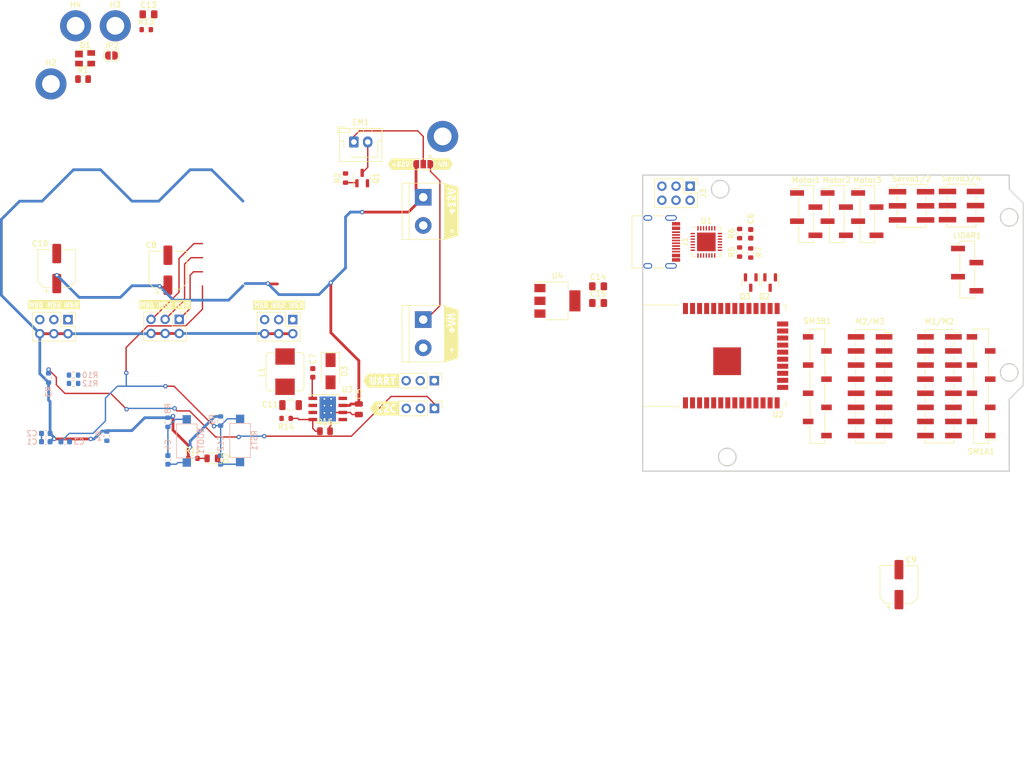
<source format=kicad_pcb>
(kicad_pcb (version 20211014) (generator pcbnew)
  (layers (0 "F.Cu" signal) (31 "B.Cu" signal) (34 "B.Paste" user) (35 "F.Paste" user) (36 "B.SilkS" user "B.Silkscreen") (37 "F.SilkS" user "F.Silkscreen") (38 "B.Mask" user) (39 "F.Mask" user) (44 "Edge.Cuts" user))
  (net 0 "")
  (net 1 "/V_EM")
  (net 2 "GND")
  (net 3 "+12V")
  (net 4 "/IO0")
  (net 5 "+3V3")
  (net 6 "/EN")
  (net 7 "Net-(C6-Pad2)")
  (net 8 "/VBUS")
  (net 9 "/D-")
  (net 10 "Net-(D2-Pad2)")
  (net 11 "Net-(EM1-Pad2)")
  (net 12 "/UART_RX")
  (net 13 "/UART_TX")
  (net 14 "/SDA")
  (net 15 "/SCL")
  (net 16 "/DTR")
  (net 17 "/RTS")
  (net 18 "Net-(J3-Pad4)")
  (net 19 "Net-(J3-Pad5)")
  (net 20 "Net-(Motor3-Pad1)")
  (net 21 "Net-(Motor3-Pad2)")
  (net 22 "Net-(Motor3-Pad3)")
  (net 23 "Net-(Motor3-Pad4)")
  (net 24 "/EM_SWITCH")
  (net 25 "Net-(Q2-Pad1)")
  (net 26 "Net-(Q3-Pad1)")
  (net 27 "/UART_M")
  (net 28 "/MS1_A")
  (net 29 "/MS2_A")
  (net 30 "/MS3_A")
  (net 31 "/UART1_TX")
  (net 32 "/UART1_RX")
  (net 33 "/STEP1")
  (net 34 "/DIR1")
  (net 35 "/MS1_B")
  (net 36 "/MS2_B")
  (net 37 "/MS3_B")
  (net 38 "/D+")
  (net 40 "/STEP2")
  (net 41 "/DIR2")
  (net 42 "/MS1_C")
  (net 43 "/MS2_C")
  (net 44 "/MS3_C")
  (net 46 "/STEP3")
  (net 47 "/DIR3")
  (net 62 "Net-(EM1-Pad1)")
  (net 63 "/RST")
  (net 66 "/UART_B")
  (net 68 "Net-(C7-Pad1)")
  (net 69 "/REG_OUT")
  (net 70 "/VSNS")
  (net 90 "+5V")
  (net 91 "/SERVO3")
  (net 92 "/SERVO4")
  (net 93 "/SERVO1")
  (net 94 "/SERVO2")
  (net 95 "Net-(M1/M2-Pad3)")
  (net 96 "Net-(M1/M2-Pad4)")
  (net 97 "Net-(M1/M2-Pad5)")
  (net 98 "Net-(M1/M2-Pad6)")
  (net 99 "Net-(M2/M3-Pad3)")
  (net 100 "Net-(M2/M3-Pad4)")
  (net 101 "Net-(M2/M3-Pad5)")
  (net 102 "Net-(M2/M3-Pad6)")
  (footprint "Connector_PinHeader_2.54mm:PinHeader_2x03_P2.54mm_Vertical_SMD" (layer "F.Cu") (at 218.975 70.96)
    (fp_text reference "Servo3/4")
    (fp_text value "02x03")
  )
  (footprint "Connector_PinSocket_2.54mm:PinSocket_1x08_P2.54mm_Vertical_SMD_Pin1Left" (layer "F.Cu") (at 193 103.5)
    (fp_text reference "SM3B1")
    (fp_text value "1x8_2.54")
  )
  (footprint "kibuzzard-6488F643" (layer "F.Cu") (at 75.5 88.8)
    (fp_text reference "kibuzzard-6488F643" hide)
    (fp_text value "G***" hide)
  )
  (footprint "Capacitor_SMD:CP_Elec_6.3x7.7" (layer "F.Cu") (at 55.975 82.3 90)
    (fp_text reference "C10")
    (fp_text value "47uF")
  )
  (footprint "Connector_PinHeader_2.54mm:PinHeader_2x03_P2.54mm_Vertical" (layer "F.Cu") (at 98.5 91.5 -90)
    (fp_text reference "SM3" hide)
    (fp_text value "2.54_3x2")
  )
  (footprint "Connector_PinSocket_2.54mm:PinSocket_1x08_P2.54mm_Vertical_SMD_Pin1Left" (layer "F.Cu") (at 222.5 103.5 180)
    (fp_text reference "SM1A1")
    (fp_text value "1x8_2.54")
  )
  (footprint "RF_Module:ESP32-WROOM-32" (layer "F.Cu") (at 177.5 98 90)
    (fp_text reference "U2")
    (fp_text value "ESP32-WROOM-32")
  )
  (footprint "Connector_USB:USB_C_Receptacle_HRO_TYPE-C-31-M-12" (layer "F.Cu") (at 163.5 77.5 -90)
    (fp_text reference "J1")
    (fp_text value "USB_C_Receptacle_USB2.0")
  )
  (footprint "Resistor_SMD:R_0603_1608Metric" (layer "F.Cu") (at 108 66 90)
    (fp_text reference "R2")
    (fp_text value "10k")
  )
  (footprint "Connector_PinSocket_2.54mm:PinSocket_2x08_P2.54mm_Vertical_SMD" (layer "F.Cu") (at 202.5 103.5)
    (fp_text reference "M2/M3")
    (fp_text value "02x08")
  )
  (footprint "Resistor_SMD:R_0603_1608Metric" (layer "F.Cu") (at 181 79.5 90)
    (fp_text reference "R7")
    (fp_text value "10k")
  )
  (footprint "kibuzzard-6488F5F3" (layer "F.Cu") (at 114.4 102.5)
    (fp_text reference "kibuzzard-6488F5F3" hide)
    (fp_text value "G***" hide)
  )
  (footprint "Connector_PinHeader_2.54mm:PinHeader_2x03_P2.54mm_Vertical" (layer "F.Cu") (at 78.04 91.46 -90)
    (fp_text reference "SM1" hide)
    (fp_text value "2.54_3x2")
  )
  (footprint "Capacitor_SMD:C_0805_2012Metric_Pad1.18x1.45mm_HandSolder" (layer "F.Cu") (at 153.5 88.51)
    (fp_text reference "C15")
    (fp_text value "10uF")
  )
  (footprint "Jumper:SolderJumper-3_P1.3mm_Open_RoundedPad1.0x1.5mm" (layer "F.Cu") (at 122 63.5 180)
    (fp_text reference "JP1" hide)
    (fp_text value "Jumper_3_Open")
  )
  (footprint "Connector_PinHeader_2.54mm:PinHeader_2x03_P2.54mm_Vertical" (layer "F.Cu") (at 58 91.5 -90)
    (fp_text reference "SM2" hide)
    (fp_text value "2.54_3x2")
  )
  (footprint "Connector_PinHeader_2.54mm:PinHeader_1x03_P2.54mm_Vertical" (layer "F.Cu") (at 124.025 107.5 -90)
    (fp_text reference "I2C1" hide)
    (fp_text value "Conn_01x03")
  )
  (footprint "kibuzzard-6488F773" (layer "F.Cu") (at 118.1 63.5)
    (fp_text reference "kibuzzard-6488F773" hide)
    (fp_text value "G***" hide)
  )
  (footprint "Connector_PinHeader_2.54mm:PinHeader_1x03_P2.54mm_Vertical" (layer "F.Cu") (at 124 102.5 -90)
    (fp_text reference "UART1" hide)
    (fp_text value "Conn_01x03")
  )
  (footprint "MountingHole:MountingHole_3.2mm_M3_DIN965_Pad_TopBottom" (layer "F.Cu") (at 125.5 58.5)
    (fp_text reference "H1" hide)
    (fp_text value "MountingHole")
  )
  (footprint "MountingHole:MountingHole_3.2mm_M3_DIN965_Pad_TopBottom" (layer "F.Cu") (at 66.52 38.57)
    (fp_text reference "H3")
    (fp_text value "MountingHole")
  )
  (footprint "Connector_PinHeader_2.54mm:PinHeader_2x03_P2.54mm_Vertical_SMD" (layer "F.Cu") (at 209.975 71)
    (fp_text reference "Servo1/2")
    (fp_text value "02x03")
  )
  (footprint "LED_SMD:LED_0805_2012Metric" (layer "F.Cu") (at 84 116.5 180)
    (fp_text reference "D2")
    (fp_text value "LED")
  )
  (footprint "Resistor_SMD:R_0805_2012Metric" (layer "F.Cu") (at 60.71 48.17)
    (fp_text reference "R1")
    (fp_text value "4.7k")
  )
  (footprint "kibuzzard-6488F506" (layer "F.Cu") (at 127.1 72 90)
    (fp_text reference "kibuzzard-6488F506" hide)
    (fp_text value "G***" hide)
  )
  (footprint "kibuzzard-6488F643" (layer "F.Cu") (at 96 88.9)
    (fp_text reference "kibuzzard-6488F643" hide)
    (fp_text value "G***" hide)
  )
  (footprint "Inductor_SMD:L_Bourns_SRP7028A_7.3x6.6mm" (layer "F.Cu") (at 97.1 100.875 -90)
    (fp_text reference "L1")
    (fp_text value "22uH")
  )
  (footprint "Diode_SMD:D_SMA" (layer "F.Cu") (at 105.3 100.8 -90)
    (fp_text reference "D3")
    (fp_text value "40V 2A")
  )
  (footprint "Resistor_SMD:R_0603_1608Metric" (layer "F.Cu") (at 80.5 116.5)
    (fp_text reference "R11")
    (fp_text value "150R")
  )
  (footprint "Resistor_SMD:R_0603_1608Metric" (layer "F.Cu") (at 179 76 90)
    (fp_text reference "R6")
    (fp_text value "1k")
  )
  (footprint "Package_SO:TI_SO-PowerPAD-8_ThermalVias" (layer "F.Cu") (at 104.8 107.6)
    (fp_text reference "U3")
    (fp_text value "TPS5430DDA")
  )
  (footprint "MountingHole:MountingHole_3.2mm_M3_DIN965_Pad_TopBottom" (layer "F.Cu") (at 59.37 38.57)
    (fp_text reference "H4")
    (fp_text value "MountingHole")
  )
  (footprint "kibuzzard-6488F768" (layer "F.Cu") (at 125.4 63.5)
    (fp_text reference "kibuzzard-6488F768" hide)
    (fp_text value "G***" hide)
  )
  (footprint "Connector_PinHeader_2.54mm:PinHeader_1x04_P2.54mm_Vertical_SMD_Pin1Left" (layer "F.Cu") (at 196.5 72.5)
    (fp_text reference "Motor2")
    (fp_text value "01x04")
  )
  (footprint "Resistor_SMD:R_0603_1608Metric" (layer "F.Cu") (at 179 79.325 90)
    (fp_text reference "R5")
    (fp_text value "4.7k")
  )
  (footprint "Resistor_SMD:R_0603_1608Metric" (layer "F.Cu") (at 97.3 109.3)
    (fp_text reference "R14")
    (fp_text value "10k")
  )
  (footprint "kibuzzard-6488F56C" (layer "F.Cu") (at 127.1 94.1 90)
    (fp_text reference "kibuzzard-6488F56C" hide)
    (fp_text value "G***" hide)
  )
  (footprint "Connector_PinHeader_2.54mm:PinHeader_2x03_P2.54mm_Vertical" (layer "F.Cu") (at 170.08 67.46 -90)
    (fp_text reference "J3")
    (fp_text value "esp32_prog_conn_2x3_2.54")
  )
  (footprint "Package_TO_SOT_SMD:SOT-23" (layer "F.Cu") (at 181 84.825001 -90)
    (fp_text reference "Q3")
    (fp_text value "SS8050")
  )
  (footprint "Capacitor_SMD:C_0805_2012Metric_Pad1.18x1.45mm_HandSolder" (layer "F.Cu") (at 153.5 85.5)
    (fp_text reference "C14")
    (fp_text value "10uF")
  )
  (footprint "Connector_PinHeader_2.54mm:PinHeader_1x04_P2.54mm_Vertical_SMD_Pin1Left" (layer "F.Cu") (at 220 82.5)
    (fp_text reference "LIDAR1")
    (fp_text value "01x04")
  )
  (footprint "kibuzzard-6488F604" (layer "F.Cu") (at 115 107.5)
    (fp_text reference "kibuzzard-6488F604" hide)
    (fp_text value "G***" hide)
  )
  (footprint "Jumper:SolderJumper-2_P1.3mm_Open_RoundedPad1.0x1.5mm" (layer "F.Cu") (at 65.83 43.92)
    (fp_text reference "JP2")
    (fp_text value "Jumper_2_Open")
  )
  (footprint "Resistor_SMD:R_0603_1608Metric" (layer "F.Cu") (at 72.1 39.26)
    (fp_text reference "R13")
    (fp_text value "1k")
  )
  (footprint "Connector_PinHeader_2.54mm:PinHeader_1x04_P2.54mm_Vertical_SMD_Pin1Left" (layer "F.Cu") (at 202 72.5)
    (fp_text reference "Motor3")
    (fp_text value "01x04")
  )
  (footprint "Connector_PinHeader_2.54mm:PinHeader_1x04_P2.54mm_Vertical_SMD_Pin1Left" (layer "F.Cu") (at 191 72.5)
    (fp_text reference "Motor1")
    (fp_text value "01x04")
  )
  (footprint "Package_TO_SOT_SMD:SOT-23" (layer "F.Cu") (at 184.5 84.825 -90)
    (fp_text reference "Q2")
    (fp_text value "SS8050")
  )
  (footprint "Capacitor_SMD:C_0603_1608Metric" (layer "F.Cu") (at 102.1 101.1 90)
    (fp_text reference "C7")
    (fp_text value "10nF")
  )
  (footprint "Capacitor_SMD:C_0603_1608Metric" (layer "F.Cu") (at 181 76.050001 -90)
    (fp_text reference "C6")
    (fp_text value "22uF")
  )
  (footprint "Capacitor_SMD:C_1206_3216Metric" (layer "F.Cu") (at 98.1 106.9)
    (fp_text reference "C11")
    (fp_text value "330uF(Tantalum)")
  )
  (footprint "Capacitor_SMD:CP_Elec_6.3x7.7" (layer "F.Cu") (at 207.7 139.25 90)
    (fp_text reference "C9")
    (fp_text value "47uF")
  )
  (footprint "Package_TO_SOT_SMD:SOT-143" (layer "F.Cu") (at 61.08 44.42)
    (fp_text reference "D1")
    (fp_text value "SP0503BAHT")
  )
  (footprint "Resistor_SMD:R_0805_2012Metric" (layer "F.Cu") (at 104.3 111.6)
    (fp_text reference "R15")
    (fp_text value "3.24k")
  )
  (footprint "Capacitor_SMD:C_0805_2012Metric" (layer "F.Cu") (at 110.4 107.649999 -90)
    (fp_text reference "C5")
    (fp_text value "22uF")
  )
  (footprint "TerminalBlock:TerminalBlock_bornier-2_P5.08mm" (layer "F.Cu") (at 122 69.46 -90)
    (fp_text reference "+12V_IN1" hide)
    (fp_text value "Screw_Terminal_01x02")
  )
  (footprint "Package_TO_SOT_SMD:SOT-223-3_TabPin2" (layer "F.Cu") (at 146.17 88.12)
    (fp_text reference "U4")
    (fp_text value "NCP1117-3.3_SOT223")
  )
  (footprint "Package_TO_SOT_SMD:SOT-23" (layer "F.Cu") (at 111 66 90)
    (fp_text reference "Q1")
    (fp_text value "2N7002")
  )
  (footprint "Capacitor_SMD:CP_Elec_6.3x7.7" (layer "F.Cu") (at 76 82.6 90)
    (fp_text reference "C8")
    (fp_text value "47uF")
  )
  (footprint "Capacitor_SMD:C_0805_2012Metric_Pad1.18x1.45mm_HandSolder" (layer "F.Cu") (at 72.5 36.5)
    (fp_text reference "C13")
    (fp_text value "0.1uF")
  )
  (footprint "TerminalBlock:TerminalBlock_bornier-2_P5.08mm" (layer "F.Cu") (at 122 91.5 -90)
    (fp_text reference "+VEM_IN1" hide)
    (fp_text value "Screw_Terminal_01x02")
  )
  (footprint "Package_DFN_QFN:QFN-28-1EP_5x5mm_P0.5mm_EP3.35x3.35mm" (layer "F.Cu") (at 173 77.5)
    (fp_text reference "U1")
    (fp_text value "CP2102N-Axx-xQFN28")
  )
  (footprint "kibuzzard-6488F643" (layer "F.Cu") (at 55.5 88.8)
    (fp_text reference "kibuzzard-6488F643" hide)
    (fp_text value "G***" hide)
  )
  (footprint "MountingHole:MountingHole_3.2mm_M3_DIN965_Pad_TopBottom" (layer "F.Cu") (at 54.93 49.04)
    (fp_text reference "H2")
    (fp_text value "MountingHole")
  )
  (footprint "Connector_JST:JST_XH_B2B-XH-AM_1x02_P2.50mm_Vertical" (layer "F.Cu") (at 109.5 59.5)
    (fp_text reference "EM1")
    (fp_text value "XH_1x2")
  )
  (footprint "Connector_PinSocket_2.54mm:PinSocket_2x08_P2.54mm_Vertical_SMD" (layer "F.Cu") (at 215 103.5)
    (fp_text reference "M1/M2")
    (fp_text value "02x08")
  )
  (footprint "Capacitor_SMD:C_0603_1608Metric" (layer "B.Cu") (at 54 112 180)
    (fp_text reference "C2")
    (fp_text value "1uF")
  )
  (footprint "Resistor_SMD:R_0603_1608Metric" (layer "B.Cu") (at 76 110 -90)
    (fp_text reference "R8")
    (fp_text value "10k")
  )
  (footprint "Capacitor_SMD:C_0603_1608Metric" (layer "B.Cu") (at 54 113.5 180)
    (fp_text reference "C1")
    (fp_text value "22uF")
  )
  (footprint "Resistor_SMD:R_0603_1608Metric" (layer "B.Cu") (at 54.5 102 90)
    (fp_text reference "R3")
    (fp_text value "4.7k")
  )
  (footprint "Capacitor_SMD:C_0603_1608Metric" (layer "B.Cu") (at 75.999999 116.775 90)
    (fp_text reference "C4")
    (fp_text value "DNP(0.1uF)")
  )
  (footprint "Capacitor_SMD:C_0603_1608Metric" (layer "B.Cu") (at 57.5 113.5)
    (fp_text reference "C3")
    (fp_text value "1uF")
  )
  (footprint "Button_Switch_SMD:SW_SPST_CK_RS282G05A3" (layer "B.Cu") (at 88.999999 113.275 90)
    (fp_text reference "RST1")
    (fp_text value "SW_Push")
  )
  (footprint "Resistor_SMD:R_0603_1608Metric" (layer "B.Cu") (at 59 101.5)
    (fp_text reference "R10")
    (fp_text value "0")
  )
  (footprint "Resistor_SMD:R_0603_1608Metric" (layer "B.Cu") (at 59 103 180)
    (fp_text reference "R12")
    (fp_text value "0")
  )
  (footprint "Resistor_SMD:R_0603_1608Metric" (layer "B.Cu") (at 85.499999 109.775 -90)
    (fp_text reference "R9")
    (fp_text value "10k")
  )
  (footprint "Button_Switch_SMD:SW_SPST_CK_RS282G05A3" (layer "B.Cu") (at 79.399999 113.36 90)
    (fp_text reference "BOOT1")
    (fp_text value "SW_Push")
  )
  (footprint "Resistor_SMD:R_0603_1608Metric" (layer "B.Cu") (at 65 112.5 -90)
    (fp_text reference "R4")
    (fp_text value "4.7k")
  )
  (footprint "Capacitor_SMD:C_0603_1608Metric" (layer "B.Cu") (at 85.499999 116.774999 90)
    (fp_text reference "C12")
    (fp_text value "DNP(0.1uF)")
  )
  (gr_line (start 227.57 68) (end 230.11 70.54) (layer "Edge.Cuts") (width 0.25))
  (gr_line (start 230.11 103.306) (end 227.57 105.846) (layer "Edge.Cuts") (width 0.25))
  (gr_line (start 227.57 105.846) (end 227.57 118.8) (layer "Edge.Cuts") (width 0.25))
  (gr_line (start 161.53 65.46) (end 227.57 65.46) (layer "Edge.Cuts") (width 0.25))
  (gr_line (start 161.53 118.8) (end 161.53 65.46) (layer "Edge.Cuts") (width 0.25))
  (gr_line (start 227.57 65.46) (end 227.57 68) (layer "Edge.Cuts") (width 0.25))
  (gr_circle (center 175.5 68) (end 177.0875 68) (layer "Edge.Cuts") (width 0.25) (fill none))
  (gr_circle (center 227.57 101.02) (end 229.1575 101.02) (layer "Edge.Cuts") (width 0.25) (fill none))
  (gr_line (start 227.57 118.8) (end 161.53 118.8) (layer "Edge.Cuts") (width 0.25))
  (gr_circle (center 176.77 116.26) (end 178.3575 116.26) (layer "Edge.Cuts") (width 0.25) (fill none))
  (gr_circle (center 227.57 73.08) (end 229.1575 73.08) (layer "Edge.Cuts") (width 0.25) (fill none))
  (gr_line (start 230.11 70.54) (end 230.11 103.306) (layer "Edge.Cuts") (width 0.25))
  (gr_text "" (at 88.602149 170.867605) (layer "Edge.Cuts") (effects (font (size 3.73507 2.353094) (thickness 0.466883)) (justify left top)))
  (segment (start 123.3 63.5) (end 123.3 64.8) (width 0.25) (layer "F.Cu") (net 1))
  (segment (start 125 89) (end 122.5 91.5) (width 0.25) (layer "F.Cu") (net 1))
  (segment (start 125 66.5) (end 125 89) (width 0.25) (layer "F.Cu") (net 1))
  (segment (start 123.3 64.8) (end 125 66.5) (width 0.25) (layer "F.Cu") (net 1))
  (segment (start 109.199999 108.599999) (end 108.835 108.235) (width 0.25) (layer "F.Cu") (net 2))
  (segment (start 108.835 108.235) (end 107.5 108.235) (width 0.25) (layer "F.Cu") (net 2))
  (segment (start 105.4 110.5) (end 105.4 109.4) (width 0.25) (layer "F.Cu") (net 2))
  (segment (start 105.125 111.6) (end 105.125 110.775) (width 0.25) (layer "F.Cu") (net 2))
  (segment (start 110.4 108.599999) (end 109.199999 108.599999) (width 0.25) (layer "F.Cu") (net 2))
  (segment (start 105.125 110.775) (end 105.4 110.5) (width 0.25) (layer "F.Cu") (net 2))
  (segment (start 107.5 108.235) (end 105.465 108.235) (width 0.25) (layer "F.Cu") (net 2))
  (segment (start 75.999999 117.55) (end 77.5 117.55) (width 0.25) (layer "B.Cu") (net 2))
  (segment (start 77.79 117.26) (end 79.399999 117.26) (width 0.25) (layer "B.Cu") (net 2))
  (segment (start 53.225 113.5) (end 53.225 112) (width 0.25) (layer "B.Cu") (net 2))
  (segment (start 85.499999 117.549999) (end 88.625 117.549999) (width 0.25) (layer "B.Cu") (net 2))
  (segment (start 77.5 117.55) (end 77.79 117.26) (width 0.25) (layer "B.Cu") (net 2))
  (segment (start 120.7 68.16) (end 120.7 63.5) (width 0.5) (layer "F.Cu") (net 3))
  (segment (start 107.5 106.965) (end 108.735 106.965) (width 0.5) (layer "F.Cu") (net 3))
  (segment (start 110.4 98.9) (end 105.349511 93.849511) (width 0.5) (layer "F.Cu") (net 3))
  (segment (start 94.075 85.075) (end 94 85) (width 0.5) (layer "F.Cu") (net 3))
  (segment (start 108.735 106.965) (end 109 106.7) (width 0.5) (layer "F.Cu") (net 3))
  (segment (start 109 106.7) (end 110.4 106.699999) (width 0.5) (layer "F.Cu") (net 3))
  (segment (start 110.4 106.699999) (end 110.4 98.9) (width 0.5) (layer "F.Cu") (net 3))
  (segment (start 76 85.7) (end 74.7 85.7) (width 0.5) (layer "F.Cu") (net 3))
  (segment (start 122 69.46) (end 120.7 68.16) (width 0.5) (layer "F.Cu") (net 3))
  (segment (start 119.327677 72.132323) (end 122 69.46) (width 0.5) (layer "F.Cu") (net 3))
  (segment (start 105.349511 93.849511) (end 105.349511 84.849511) (width 0.5) (layer "F.Cu") (net 3))
  (segment (start 74.7 85.7) (end 74.5 85.5) (width 0.5) (layer "F.Cu") (net 3))
  (segment (start 111 72.132323) (end 119.327677 72.132323) (width 0.5) (layer "F.Cu") (net 3))
  (segment (start 95.725 85.075) (end 94.075 85.075) (width 0.5) (layer "F.Cu") (net 3))
  (via (at 56 83.5) (size 0.8) (drill 0.4) (layers "F.Cu" "B.Cu") (net 3))
  (via (at 111 72.132323) (size 0.8) (drill 0.4) (layers "F.Cu" "B.Cu") (net 3))
  (via (at 105.349511 84.849511) (size 0.8) (drill 0.4) (layers "F.Cu" "B.Cu") (net 3))
  (via (at 94 85) (size 0.8) (drill 0.4) (layers "F.Cu" "B.Cu") (net 3))
  (via (at 74.5 85.5) (size 0.8) (drill 0.4) (layers "F.Cu" "B.Cu") (net 3))
  (segment (start 103.199022 87) (end 105.349511 84.849511) (width 0.5) (layer "B.Cu") (net 3))
  (segment (start 60 87.5) (end 67.43 87.5) (width 0.5) (layer "B.Cu") (net 3))
  (segment (start 94 85) (end 96 87) (width 0.5) (layer "B.Cu") (net 3))
  (segment (start 108 73) (end 108.867677 72.132323) (width 0.5) (layer "B.Cu") (net 3))
  (segment (start 74.5 85.5) (end 77 88) (width 0.5) (layer "B.Cu") (net 3))
  (segment (start 105.349511 84.849511) (end 108 82.199022) (width 0.5) (layer "B.Cu") (net 3))
  (segment (start 108 82.199022) (end 108 73) (width 0.5) (layer "B.Cu") (net 3))
  (segment (start 77 88) (end 86.93 88) (width 0.5) (layer "B.Cu") (net 3))
  (segment (start 96 87) (end 103.199022 87) (width 0.5) (layer "B.Cu") (net 3))
  (segment (start 108.867677 72.132323) (end 111 72.132323) (width 0.5) (layer "B.Cu") (net 3))
  (segment (start 74.405 85.405) (end 69.525 85.405) (width 0.5) (layer "B.Cu") (net 3))
  (segment (start 67.43 87.5) (end 69.525 85.405) (width 0.5) (layer "B.Cu") (net 3))
  (segment (start 74.5 85.5) (end 74.405 85.405) (width 0.5) (layer "B.Cu") (net 3))
  (segment (start 94 85) (end 89.93 85) (width 0.5) (layer "B.Cu") (net 3))
  (segment (start 86.93 88) (end 89.525 85.405) (width 0.5) (layer "B.Cu") (net 3))
  (segment (start 56 83.5) (end 60 87.5) (width 0.5) (layer "B.Cu") (net 3))
  (segment (start 76 110.825) (end 77.365 109.46) (width 0.25) (layer "B.Cu") (net 4))
  (segment (start 77.365 109.46) (end 79.399999 109.46) (width 0.25) (layer "B.Cu") (net 4))
  (segment (start 75.999999 116) (end 76 110.825) (width 0.25) (layer "B.Cu") (net 4))
  (segment (start 98.5 94.04) (end 93.42 94.04) (width 0.5) (layer "F.Cu") (net 5))
  (segment (start 76.914669 111.414669) (end 80 114.5) (width 0.5) (layer "F.Cu") (net 5))
  (segment (start 79.675 114.825) (end 80 114.5) (width 0.5) (layer "F.Cu") (net 5))
  (segment (start 76.914669 108.892459) (end 76.914669 111.414669) (width 0.5) (layer "F.Cu") (net 5))
  (segment (start 58 94.04) (end 52.92 94.04) (width 0.5) (layer "F.Cu") (net 5))
  (segment (start 55.5 113) (end 62.1 113) (width 0.5) (layer "F.Cu") (net 5))
  (segment (start 79.675 116.5) (end 79.675 114.825) (width 0.5) (layer "F.Cu") (net 5))
  (segment (start 72.96 94) (end 78.04 94) (width 0.5) (layer "F.Cu") (net 5))
  (via (at 55.5 113) (size 0.8) (drill 0.4) (layers "F.Cu" "B.Cu") (net 5))
  (via (at 76.914669 108.892459) (size 0.8) (drill 0.4) (layers "F.Cu" "B.Cu") (net 5))
  (via (at 62.1 113) (size 0.8) (drill 0.4) (layers "F.Cu" "B.Cu") (net 5))
  (via (at 80 114.5) (size 0.8) (drill 0.4) (layers "F.Cu" "B.Cu") (net 5))
  (segment (start 54.775 112) (end 54.775 106.275) (width 0.5) (layer "B.Cu") (net 5))
  (segment (start 55.275 113) (end 54.775 113.5) (width 0.5) (layer "B.Cu") (net 5))
  (segment (start 53.335 70.165) (end 59 64.5) (width 0.5) (layer "B.Cu") (net 5))
  (segment (start 62.1 113) (end 62.7 113) (width 0.5) (layer "B.Cu") (net 5))
  (segment (start 76 109.175) (end 71.825 109.175) (width 0.5) (layer "B.Cu") (net 5))
  (segment (start 71.825 109.175) (end 69.5 111.5) (width 0.5) (layer "B.Cu") (net 5))
  (segment (start 58 94.04) (end 72.92 94.04) (width 0.5) (layer "B.Cu") (net 5))
  (segment (start 64.1 111.6) (end 64.925 111.6) (width 0.5) (layer "B.Cu") (net 5))
  (segment (start 55.5 113) (end 55.275 113) (width 0.5) (layer "B.Cu") (net 5))
  (segment (start 83.86 64.5) (end 89.525 70.165) (width 0.5) (layer "B.Cu") (net 5))
  (segment (start 54.775 106.275) (end 54.5 106) (width 0.5) (layer "B.Cu") (net 5))
  (segment (start 69.5 111.5) (end 65.175 111.5) (width 0.5) (layer "B.Cu") (net 5))
  (segment (start 49.275 70.165) (end 53.335 70.165) (width 0.5) (layer "B.Cu") (net 5))
  (segment (start 52.92 101.245) (end 52.92 94.04) (width 0.5) (layer "B.Cu") (net 5))
  (segment (start 65.175 111.5) (end 65 111.675) (width 0.5) (layer "B.Cu") (net 5))
  (segment (start 63.86 64.5) (end 69.525 70.165) (width 0.5) (layer "B.Cu") (net 5))
  (segment (start 84.45 108.95) (end 80 113.4) (width 0.5) (layer "B.Cu") (net 5))
  (segment (start 49.275 70.165) (end 46 73.44) (width 0.5) (layer "B.Cu") (net 5))
  (segment (start 55.5 113) (end 55.5 112.725) (width 0.5) (layer "B.Cu") (net 5))
  (segment (start 80 113.4) (end 80 114.5) (width 0.5) (layer "B.Cu") (net 5))
  (segment (start 46 73.44) (end 46 87.12) (width 0.5) (layer "B.Cu") (net 5))
  (segment (start 76.632128 109.175) (end 76.914669 108.892459) (width 0.5) (layer "B.Cu") (net 5))
  (segment (start 59 64.5) (end 63.86 64.5) (width 0.5) (layer "B.Cu") (net 5))
  (segment (start 84.45 108.95) (end 85.499999 108.95) (width 0.5) (layer "B.Cu") (net 5))
  (segment (start 62.7 113) (end 64.1 111.6) (width 0.5) (layer "B.Cu") (net 5))
  (segment (start 55.5 112.725) (end 54.775 112) (width 0.5) (layer "B.Cu") (net 5))
  (segment (start 54.5 102.825) (end 52.92 101.245) (width 0.5) (layer "B.Cu") (net 5))
  (segment (start 46 87.12) (end 52.92 94.04) (width 0.5) (layer "B.Cu") (net 5))
  (segment (start 74.335 70.165) (end 80 64.5) (width 0.5) (layer "B.Cu") (net 5))
  (segment (start 69.525 70.165) (end 74.335 70.165) (width 0.5) (layer "B.Cu") (net 5))
  (segment (start 80 64.5) (end 83.86 64.5) (width 0.5) (layer "B.Cu") (net 5))
  (segment (start 78.04 94) (end 93.38 94) (width 0.5) (layer "B.Cu") (net 5))
  (segment (start 76 109.175) (end 76.632128 109.175) (width 0.5) (layer "B.Cu") (net 5))
  (segment (start 54.5 106) (end 54.5 102.825) (width 0.5) (layer "B.Cu") (net 5))
  (segment (start 75.55 103.5) (end 77 103.5) (width 0.25) (layer "F.Cu") (net 6))
  (segment (start 68.465 96.535) (end 72.365489 92.634511) (width 0.25) (layer "F.Cu") (net 6))
  (segment (start 84.3 110.7) (end 77.1 103.5) (width 0.25) (layer "F.Cu") (net 6))
  (segment (start 68.465 101.065) (end 68.465 96.535) (width 0.25) (layer "F.Cu") (net 6))
  (segment (start 82.225 89.624022) (end 82.225 85.425) (width 0.25) (layer "F.Cu") (net 6))
  (segment (start 72.365489 92.634511) (end 79.214511 92.634511) (width 0.25) (layer "F.Cu") (net 6))
  (segment (start 79.214511 92.634511) (end 82.225 89.624022) (width 0.25) (layer "F.Cu") (net 6))
  (segment (start 68.465 101.065) (end 68.5 101.1) (width 0.25) (layer "F.Cu") (net 6))
  (segment (start 77.1 103.5) (end 77 103.5) (width 0.25) (layer "F.Cu") (net 6))
  (via (at 75.55 103.5) (size 0.8) (drill 0.4) (layers "F.Cu" "B.Cu") (net 6))
  (via (at 84.3 110.7) (size 0.8) (drill 0.4) (layers "F.Cu" "B.Cu") (net 6))
  (via (at 68.5 101.1) (size 0.8) (drill 0.4) (layers "F.Cu" "B.Cu") (net 6))
  (segment (start 86.724999 109.375) (end 88.999999 109.375) (width 0.25) (layer "B.Cu") (net 6))
  (segment (start 68.5 103.5) (end 75.25 103.5) (width 0.25) (layer "B.Cu") (net 6))
  (segment (start 84.4 110.6) (end 84.3 110.7) (width 0.25) (layer "B.Cu") (net 6))
  (segment (start 75.25 103.5) (end 75.55 103.5) (width 0.25) (layer "B.Cu") (net 6))
  (segment (start 66.9 103.5) (end 68.5 103.5) (width 0.25) (layer "B.Cu") (net 6))
  (segment (start 85.499999 110.6) (end 85.499999 115.999999) (width 0.25) (layer "B.Cu") (net 6))
  (segment (start 85.499999 110.6) (end 86.724999 109.375) (width 0.25) (layer "B.Cu") (net 6))
  (segment (start 58.225 112) (end 62.5 112) (width 0.25) (layer "B.Cu") (net 6))
  (segment (start 62.5 112) (end 64.75 109.75) (width 0.25) (layer "B.Cu") (net 6))
  (segment (start 66.9 103.5) (end 64.75 105.65) (width 0.25) (layer "B.Cu") (net 6))
  (segment (start 68.5 101.1) (end 68.5 103.5) (width 0.25) (layer "B.Cu") (net 6))
  (segment (start 64.75 105.65) (end 64.75 109.75) (width 0.25) (layer "B.Cu") (net 6))
  (segment (start 56.725 113.5) (end 58.225 112) (width 0.25) (layer "B.Cu") (net 6))
  (segment (start 85.499999 110.6) (end 84.4 110.6) (width 0.25) (layer "B.Cu") (net 6))
  (segment (start 83.0625 116.5) (end 81.325 116.5) (width 0.25) (layer "F.Cu") (net 10))
  (segment (start 112 64.0625) (end 112 59.5) (width 0.25) (layer "F.Cu") (net 11))
  (segment (start 111 65.0625) (end 112 64.0625) (width 0.25) (layer "F.Cu") (net 11))
  (segment (start 54.5 100.5) (end 55.9 101.9) (width 0.25) (layer "F.Cu") (net 14))
  (segment (start 116.2 105.35) (end 122.7 105.35) (width 0.25) (layer "F.Cu") (net 14))
  (segment (start 57.45 104.8) (end 65.7 104.8) (width 0.25) (layer "F.Cu") (net 14))
  (segment (start 65.7 104.8) (end 68.55 107.65) (width 0.25) (layer "F.Cu") (net 14))
  (segment (start 109.05 112.5) (end 116.2 105.35) (width 0.25) (layer "F.Cu") (net 14))
  (segment (start 77.65 107.95) (end 79.9 107.95) (width 0.25) (layer "F.Cu") (net 14))
  (segment (start 55.9 101.9) (end 55.9 103.25) (width 0.25) (layer "F.Cu") (net 14))
  (segment (start 77.2 107.5) (end 77.65 107.95) (width 0.25) (layer "F.Cu") (net 14))
  (segment (start 93.35 112.5) (end 109.05 112.5) (width 0.25) (layer "F.Cu") (net 14))
  (segment (start 122.7 105.35) (end 124.025 106.675) (width 0.25) (layer "F.Cu") (net 14))
  (segment (start 124.025 106.675) (end 124.025 107.5) (width 0.25) (layer "F.Cu") (net 14))
  (segment (start 84.6 112.65) (end 88.75 112.65) (width 0.25) (layer "F.Cu") (net 14))
  (segment (start 79.9 107.95) (end 84.6 112.65) (width 0.25) (layer "F.Cu") (net 14))
  (segment (start 55.9 103.25) (end 57.45 104.8) (width 0.25) (layer "F.Cu") (net 14))
  (via (at 77.2 107.5) (size 0.8) (drill 0.4) (layers "F.Cu" "B.Cu") (net 14))
  (via (at 93.35 112.5) (size 0.8) (drill 0.4) (layers "F.Cu" "B.Cu") (net 14))
  (via (at 88.75 112.65) (size 0.8) (drill 0.4) (layers "F.Cu" "B.Cu") (net 14))
  (via (at 68.55 107.65) (size 0.8) (drill 0.4) (layers "F.Cu" "B.Cu") (net 14))
  (via (at 54.5 100.5) (size 0.8) (drill 0.4) (layers "F.Cu" "B.Cu") (net 14))
  (segment (start 54.5 101.175) (end 54.5 100.5) (width 0.25) (layer "B.Cu") (net 14))
  (segment (start 68.55 107.65) (end 68.7 107.5) (width 0.25) (layer "B.Cu") (net 14))
  (segment (start 68.7 107.5) (end 77.2 107.5) (width 0.25) (layer "B.Cu") (net 14))
  (segment (start 88.9 112.5) (end 93.35 112.5) (width 0.25) (layer "B.Cu") (net 14))
  (segment (start 88.75 112.65) (end 88.9 112.5) (width 0.25) (layer "B.Cu") (net 14))
  (segment (start 108 66.825) (end 109.9375 66.825) (width 0.25) (layer "F.Cu") (net 24))
  (segment (start 80.615 82.885) (end 82.225 82.885) (width 0.25) (layer "F.Cu") (net 28))
  (segment (start 80 83.5) (end 80.615 82.885) (width 0.25) (layer "F.Cu") (net 28))
  (segment (start 80 89.5) (end 80 83.5) (width 0.25) (layer "F.Cu") (net 28))
  (segment (start 78.04 91.46) (end 80 89.5) (width 0.25) (layer "F.Cu") (net 28))
  (segment (start 79 81.5) (end 80.155 80.345) (width 0.25) (layer "F.Cu") (net 29))
  (segment (start 75.5 91.46) (end 79 87.96) (width 0.25) (layer "F.Cu") (net 29))
  (segment (start 80.155 80.345) (end 82.225 80.345) (width 0.25) (layer "F.Cu") (net 29))
  (segment (start 79 87.96) (end 79 81.5) (width 0.25) (layer "F.Cu") (net 29))
  (segment (start 73.102493 91.46) (end 78 86.562493) (width 0.25) (layer "F.Cu") (net 30))
  (segment (start 80.695 77.805) (end 82.225 77.805) (width 0.25) (layer "F.Cu") (net 30))
  (segment (start 78 86.562493) (end 78 80.5) (width 0.25) (layer "F.Cu") (net 30))
  (segment (start 78 80.5) (end 80.695 77.805) (width 0.25) (layer "F.Cu") (net 30))
  (segment (start 109.5 59.5) (end 109.5 58.5) (width 0.25) (layer "F.Cu") (net 62))
  (segment (start 110.5 57.5) (end 121 57.5) (width 0.25) (layer "F.Cu") (net 62))
  (segment (start 122 58.5) (end 122 63.5) (width 0.25) (layer "F.Cu") (net 62))
  (segment (start 109.5 58.5) (end 110.5 57.5) (width 0.25) (layer "F.Cu") (net 62))
  (segment (start 121 57.5) (end 122 58.5) (width 0.25) (layer "F.Cu") (net 62))
  (segment (start 102 105.595) (end 102 101.975) (width 0.25) (layer "F.Cu") (net 68))
  (segment (start 99.605 109.505) (end 99.4 109.3) (width 0.25) (layer "F.Cu") (net 70))
  (segment (start 102.1 111.1) (end 102.6 111.6) (width 0.25) (layer "F.Cu") (net 70))
  (segment (start 102.6 111.6) (end 103.475 111.6) (width 0.25) (layer "F.Cu") (net 70))
  (segment (start 98.125 109.3) (end 99.4 109.3) (width 0.25) (layer "F.Cu") (net 70))
  (segment (start 102.1 109.505) (end 99.605 109.505) (width 0.25) (layer "F.Cu") (net 70))
  (segment (start 102.1 109.505) (end 102.1 111.1) (width 0.25) (layer "F.Cu") (net 70))
)
</source>
